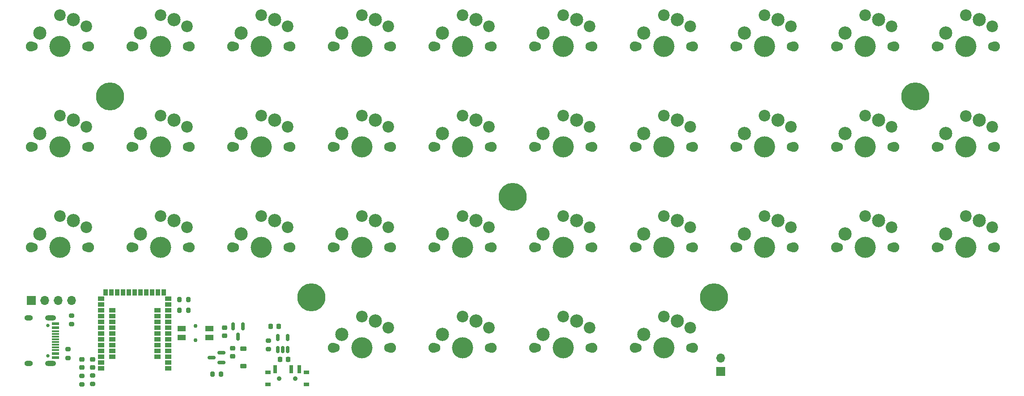
<source format=gbr>
%TF.GenerationSoftware,KiCad,Pcbnew,8.0.9-8.0.9-0~ubuntu22.04.1*%
%TF.CreationDate,2025-10-12T01:46:20+08:00*%
%TF.ProjectId,macropad,6d616372-6f70-4616-942e-6b696361645f,rev?*%
%TF.SameCoordinates,Original*%
%TF.FileFunction,Soldermask,Top*%
%TF.FilePolarity,Negative*%
%FSLAX46Y46*%
G04 Gerber Fmt 4.6, Leading zero omitted, Abs format (unit mm)*
G04 Created by KiCad (PCBNEW 8.0.9-8.0.9-0~ubuntu22.04.1) date 2025-10-12 01:46:20*
%MOMM*%
%LPD*%
G01*
G04 APERTURE LIST*
G04 Aperture macros list*
%AMRoundRect*
0 Rectangle with rounded corners*
0 $1 Rounding radius*
0 $2 $3 $4 $5 $6 $7 $8 $9 X,Y pos of 4 corners*
0 Add a 4 corners polygon primitive as box body*
4,1,4,$2,$3,$4,$5,$6,$7,$8,$9,$2,$3,0*
0 Add four circle primitives for the rounded corners*
1,1,$1+$1,$2,$3*
1,1,$1+$1,$4,$5*
1,1,$1+$1,$6,$7*
1,1,$1+$1,$8,$9*
0 Add four rect primitives between the rounded corners*
20,1,$1+$1,$2,$3,$4,$5,0*
20,1,$1+$1,$4,$5,$6,$7,0*
20,1,$1+$1,$6,$7,$8,$9,0*
20,1,$1+$1,$8,$9,$2,$3,0*%
G04 Aperture macros list end*
%ADD10RoundRect,0.200000X0.275000X-0.200000X0.275000X0.200000X-0.275000X0.200000X-0.275000X-0.200000X0*%
%ADD11RoundRect,0.200000X-0.275000X0.200000X-0.275000X-0.200000X0.275000X-0.200000X0.275000X0.200000X0*%
%ADD12R,1.700000X1.700000*%
%ADD13O,1.700000X1.700000*%
%ADD14C,1.900000*%
%ADD15C,1.750000*%
%ADD16C,3.450000*%
%ADD17C,4.000000*%
%ADD18C,2.500000*%
%ADD19C,2.200000*%
%ADD20RoundRect,0.218750X0.256250X-0.218750X0.256250X0.218750X-0.256250X0.218750X-0.256250X-0.218750X0*%
%ADD21C,5.300000*%
%ADD22RoundRect,0.225000X-0.375000X0.225000X-0.375000X-0.225000X0.375000X-0.225000X0.375000X0.225000X0*%
%ADD23RoundRect,0.225000X0.250000X-0.225000X0.250000X0.225000X-0.250000X0.225000X-0.250000X-0.225000X0*%
%ADD24RoundRect,0.225000X-0.250000X0.225000X-0.250000X-0.225000X0.250000X-0.225000X0.250000X0.225000X0*%
%ADD25RoundRect,0.150000X0.587500X0.150000X-0.587500X0.150000X-0.587500X-0.150000X0.587500X-0.150000X0*%
%ADD26RoundRect,0.225000X0.225000X0.250000X-0.225000X0.250000X-0.225000X-0.250000X0.225000X-0.250000X0*%
%ADD27RoundRect,0.150000X0.150000X-0.512500X0.150000X0.512500X-0.150000X0.512500X-0.150000X-0.512500X0*%
%ADD28RoundRect,0.150000X-0.150000X0.587500X-0.150000X-0.587500X0.150000X-0.587500X0.150000X0.587500X0*%
%ADD29RoundRect,0.200000X-0.200000X-0.275000X0.200000X-0.275000X0.200000X0.275000X-0.200000X0.275000X0*%
%ADD30C,0.750000*%
%ADD31R,1.550000X1.000000*%
%ADD32C,0.650000*%
%ADD33R,1.450000X0.600000*%
%ADD34R,1.450000X0.300000*%
%ADD35O,2.100000X1.000000*%
%ADD36O,1.600000X1.000000*%
%ADD37R,1.000000X0.800000*%
%ADD38C,0.900000*%
%ADD39R,0.700000X1.500000*%
%ADD40RoundRect,0.102000X0.500000X0.350000X-0.500000X0.350000X-0.500000X-0.350000X0.500000X-0.350000X0*%
%ADD41RoundRect,0.102000X0.350000X0.500000X-0.350000X0.500000X-0.350000X-0.500000X0.350000X-0.500000X0*%
%ADD42RoundRect,0.200000X0.200000X0.275000X-0.200000X0.275000X-0.200000X-0.275000X0.200000X-0.275000X0*%
G04 APERTURE END LIST*
D10*
%TO.C,R6*%
X126000000Y-100325000D03*
X126000000Y-98675000D03*
%TD*%
D11*
%TO.C,R5*%
X125350000Y-105075000D03*
X125350000Y-106725000D03*
%TD*%
D12*
%TO.C,JSWD1*%
X118430000Y-95800000D03*
D13*
X120970000Y-95800000D03*
X123510000Y-95800000D03*
X126050000Y-95800000D03*
%TD*%
D12*
%TO.C,J2*%
X248900000Y-109275723D03*
D13*
X248900000Y-106735723D03*
%TD*%
D14*
%TO.C,SW27*%
X232625000Y-104775000D03*
D15*
X233045000Y-104775000D03*
D16*
X238125000Y-104775000D03*
D17*
X238125000Y-104775000D03*
D15*
X243205000Y-104775000D03*
D14*
X243625000Y-104775000D03*
D18*
X234315000Y-102235000D03*
D19*
X238125000Y-98875000D03*
D18*
X240665000Y-99695000D03*
D19*
X243125000Y-100975000D03*
%TD*%
D14*
%TO.C,SW20*%
X289775000Y-85725000D03*
D15*
X290195000Y-85725000D03*
D16*
X295275000Y-85725000D03*
D17*
X295275000Y-85725000D03*
D15*
X300355000Y-85725000D03*
D14*
X300775000Y-85725000D03*
D18*
X291465000Y-83185000D03*
D19*
X295275000Y-79825000D03*
D18*
X297815000Y-80645000D03*
D19*
X300275000Y-81925000D03*
%TD*%
D14*
%TO.C,SW19*%
X270725000Y-85725000D03*
D15*
X271145000Y-85725000D03*
D16*
X276225000Y-85725000D03*
D17*
X276225000Y-85725000D03*
D15*
X281305000Y-85725000D03*
D14*
X281725000Y-85725000D03*
D18*
X272415000Y-83185000D03*
D19*
X276225000Y-79825000D03*
D18*
X278765000Y-80645000D03*
D19*
X281225000Y-81925000D03*
%TD*%
D14*
%TO.C,SW33*%
X156425000Y-47625000D03*
D15*
X156845000Y-47625000D03*
D16*
X161925000Y-47625000D03*
D17*
X161925000Y-47625000D03*
D15*
X167005000Y-47625000D03*
D14*
X167425000Y-47625000D03*
D18*
X158115000Y-45085000D03*
D19*
X161925000Y-41725000D03*
D18*
X164465000Y-42545000D03*
D19*
X166925000Y-43825000D03*
%TD*%
D14*
%TO.C,SW35*%
X194525000Y-47625000D03*
D15*
X194945000Y-47625000D03*
D16*
X200025000Y-47625000D03*
D17*
X200025000Y-47625000D03*
D15*
X205105000Y-47625000D03*
D14*
X205525000Y-47625000D03*
D18*
X196215000Y-45085000D03*
D19*
X200025000Y-41725000D03*
D18*
X202565000Y-42545000D03*
D19*
X205025000Y-43825000D03*
%TD*%
D14*
%TO.C,SW12*%
X137375000Y-85725000D03*
D15*
X137795000Y-85725000D03*
D16*
X142875000Y-85725000D03*
D17*
X142875000Y-85725000D03*
D15*
X147955000Y-85725000D03*
D14*
X148375000Y-85725000D03*
D18*
X139065000Y-83185000D03*
D19*
X142875000Y-79825000D03*
D18*
X145415000Y-80645000D03*
D19*
X147875000Y-81925000D03*
%TD*%
D14*
%TO.C,SW37*%
X232625000Y-47625000D03*
D15*
X233045000Y-47625000D03*
D16*
X238125000Y-47625000D03*
D17*
X238125000Y-47625000D03*
D15*
X243205000Y-47625000D03*
D14*
X243625000Y-47625000D03*
D18*
X234315000Y-45085000D03*
D19*
X238125000Y-41725000D03*
D18*
X240665000Y-42545000D03*
D19*
X243125000Y-43825000D03*
%TD*%
D14*
%TO.C,SW26*%
X213575000Y-104775000D03*
D15*
X213995000Y-104775000D03*
D16*
X219075000Y-104775000D03*
D17*
X219075000Y-104775000D03*
D15*
X224155000Y-104775000D03*
D14*
X224575000Y-104775000D03*
D18*
X215265000Y-102235000D03*
D19*
X219075000Y-98875000D03*
D18*
X221615000Y-99695000D03*
D19*
X224075000Y-100975000D03*
%TD*%
D14*
%TO.C,SW32*%
X137375000Y-47625000D03*
D15*
X137795000Y-47625000D03*
D16*
X142875000Y-47625000D03*
D17*
X142875000Y-47625000D03*
D15*
X147955000Y-47625000D03*
D14*
X148375000Y-47625000D03*
D18*
X139065000Y-45085000D03*
D19*
X142875000Y-41725000D03*
D18*
X145415000Y-42545000D03*
D19*
X147875000Y-43825000D03*
%TD*%
D14*
%TO.C,SW15*%
X194525000Y-85725000D03*
D15*
X194945000Y-85725000D03*
D16*
X200025000Y-85725000D03*
D17*
X200025000Y-85725000D03*
D15*
X205105000Y-85725000D03*
D14*
X205525000Y-85725000D03*
D18*
X196215000Y-83185000D03*
D19*
X200025000Y-79825000D03*
D18*
X202565000Y-80645000D03*
D19*
X205025000Y-81925000D03*
%TD*%
D14*
%TO.C,SW7*%
X232625000Y-66675000D03*
D15*
X233045000Y-66675000D03*
D16*
X238125000Y-66675000D03*
D17*
X238125000Y-66675000D03*
D15*
X243205000Y-66675000D03*
D14*
X243625000Y-66675000D03*
D18*
X234315000Y-64135000D03*
D19*
X238125000Y-60775000D03*
D18*
X240665000Y-61595000D03*
D19*
X243125000Y-62875000D03*
%TD*%
D14*
%TO.C,SW34*%
X175475000Y-47625000D03*
D15*
X175895000Y-47625000D03*
D16*
X180975000Y-47625000D03*
D17*
X180975000Y-47625000D03*
D15*
X186055000Y-47625000D03*
D14*
X186475000Y-47625000D03*
D18*
X177165000Y-45085000D03*
D19*
X180975000Y-41725000D03*
D18*
X183515000Y-42545000D03*
D19*
X185975000Y-43825000D03*
%TD*%
D14*
%TO.C,SW25*%
X194525000Y-104775000D03*
D15*
X194945000Y-104775000D03*
D16*
X200025000Y-104775000D03*
D17*
X200025000Y-104775000D03*
D15*
X205105000Y-104775000D03*
D14*
X205525000Y-104775000D03*
D18*
X196215000Y-102235000D03*
D19*
X200025000Y-98875000D03*
D18*
X202565000Y-99695000D03*
D19*
X205025000Y-100975000D03*
%TD*%
D14*
%TO.C,SW38*%
X251675000Y-47625000D03*
D15*
X252095000Y-47625000D03*
D16*
X257175000Y-47625000D03*
D17*
X257175000Y-47625000D03*
D15*
X262255000Y-47625000D03*
D14*
X262675000Y-47625000D03*
D18*
X253365000Y-45085000D03*
D19*
X257175000Y-41725000D03*
D18*
X259715000Y-42545000D03*
D19*
X262175000Y-43825000D03*
%TD*%
D14*
%TO.C,SW31*%
X118325000Y-47625000D03*
D15*
X118745000Y-47625000D03*
D16*
X123825000Y-47625000D03*
D17*
X123825000Y-47625000D03*
D15*
X128905000Y-47625000D03*
D14*
X129325000Y-47625000D03*
D18*
X120015000Y-45085000D03*
D19*
X123825000Y-41725000D03*
D18*
X126365000Y-42545000D03*
D19*
X128825000Y-43825000D03*
%TD*%
D14*
%TO.C,SW13*%
X156425000Y-85725000D03*
D15*
X156845000Y-85725000D03*
D16*
X161925000Y-85725000D03*
D17*
X161925000Y-85725000D03*
D15*
X167005000Y-85725000D03*
D14*
X167425000Y-85725000D03*
D18*
X158115000Y-83185000D03*
D19*
X161925000Y-79825000D03*
D18*
X164465000Y-80645000D03*
D19*
X166925000Y-81925000D03*
%TD*%
D14*
%TO.C,SW6*%
X213575000Y-66675000D03*
D15*
X213995000Y-66675000D03*
D16*
X219075000Y-66675000D03*
D17*
X219075000Y-66675000D03*
D15*
X224155000Y-66675000D03*
D14*
X224575000Y-66675000D03*
D18*
X215265000Y-64135000D03*
D19*
X219075000Y-60775000D03*
D18*
X221615000Y-61595000D03*
D19*
X224075000Y-62875000D03*
%TD*%
D14*
%TO.C,SW2*%
X137375000Y-66675000D03*
D15*
X137795000Y-66675000D03*
D16*
X142875000Y-66675000D03*
D17*
X142875000Y-66675000D03*
D15*
X147955000Y-66675000D03*
D14*
X148375000Y-66675000D03*
D18*
X139065000Y-64135000D03*
D19*
X142875000Y-60775000D03*
D18*
X145415000Y-61595000D03*
D19*
X147875000Y-62875000D03*
%TD*%
D14*
%TO.C,SW3*%
X156425000Y-66675000D03*
D15*
X156845000Y-66675000D03*
D16*
X161925000Y-66675000D03*
D17*
X161925000Y-66675000D03*
D15*
X167005000Y-66675000D03*
D14*
X167425000Y-66675000D03*
D18*
X158115000Y-64135000D03*
D19*
X161925000Y-60775000D03*
D18*
X164465000Y-61595000D03*
D19*
X166925000Y-62875000D03*
%TD*%
D14*
%TO.C,SW11*%
X118325000Y-85725000D03*
D15*
X118745000Y-85725000D03*
D16*
X123825000Y-85725000D03*
D17*
X123825000Y-85725000D03*
D15*
X128905000Y-85725000D03*
D14*
X129325000Y-85725000D03*
D18*
X120015000Y-83185000D03*
D19*
X123825000Y-79825000D03*
D18*
X126365000Y-80645000D03*
D19*
X128825000Y-81925000D03*
%TD*%
D14*
%TO.C,SW24*%
X175475000Y-104775000D03*
D15*
X175895000Y-104775000D03*
D16*
X180975000Y-104775000D03*
D17*
X180975000Y-104775000D03*
D15*
X186055000Y-104775000D03*
D14*
X186475000Y-104775000D03*
D18*
X177165000Y-102235000D03*
D19*
X180975000Y-98875000D03*
D18*
X183515000Y-99695000D03*
D19*
X185975000Y-100975000D03*
%TD*%
D14*
%TO.C,SW1*%
X118325000Y-66675000D03*
D15*
X118745000Y-66675000D03*
D16*
X123825000Y-66675000D03*
D17*
X123825000Y-66675000D03*
D15*
X128905000Y-66675000D03*
D14*
X129325000Y-66675000D03*
D18*
X120015000Y-64135000D03*
D19*
X123825000Y-60775000D03*
D18*
X126365000Y-61595000D03*
D19*
X128825000Y-62875000D03*
%TD*%
D14*
%TO.C,SW39*%
X270725000Y-47625000D03*
D15*
X271145000Y-47625000D03*
D16*
X276225000Y-47625000D03*
D17*
X276225000Y-47625000D03*
D15*
X281305000Y-47625000D03*
D14*
X281725000Y-47625000D03*
D18*
X272415000Y-45085000D03*
D19*
X276225000Y-41725000D03*
D18*
X278765000Y-42545000D03*
D19*
X281225000Y-43825000D03*
%TD*%
D14*
%TO.C,SW4*%
X175475000Y-66675000D03*
D15*
X175895000Y-66675000D03*
D16*
X180975000Y-66675000D03*
D17*
X180975000Y-66675000D03*
D15*
X186055000Y-66675000D03*
D14*
X186475000Y-66675000D03*
D18*
X177165000Y-64135000D03*
D19*
X180975000Y-60775000D03*
D18*
X183515000Y-61595000D03*
D19*
X185975000Y-62875000D03*
%TD*%
D14*
%TO.C,SW8*%
X251675000Y-66675000D03*
D15*
X252095000Y-66675000D03*
D16*
X257175000Y-66675000D03*
D17*
X257175000Y-66675000D03*
D15*
X262255000Y-66675000D03*
D14*
X262675000Y-66675000D03*
D18*
X253365000Y-64135000D03*
D19*
X257175000Y-60775000D03*
D18*
X259715000Y-61595000D03*
D19*
X262175000Y-62875000D03*
%TD*%
D14*
%TO.C,SW5*%
X194525000Y-66675000D03*
D15*
X194945000Y-66675000D03*
D16*
X200025000Y-66675000D03*
D17*
X200025000Y-66675000D03*
D15*
X205105000Y-66675000D03*
D14*
X205525000Y-66675000D03*
D18*
X196215000Y-64135000D03*
D19*
X200025000Y-60775000D03*
D18*
X202565000Y-61595000D03*
D19*
X205025000Y-62875000D03*
%TD*%
D14*
%TO.C,SW40*%
X289775000Y-47625000D03*
D15*
X290195000Y-47625000D03*
D16*
X295275000Y-47625000D03*
D17*
X295275000Y-47625000D03*
D15*
X300355000Y-47625000D03*
D14*
X300775000Y-47625000D03*
D18*
X291465000Y-45085000D03*
D19*
X295275000Y-41725000D03*
D18*
X297815000Y-42545000D03*
D19*
X300275000Y-43825000D03*
%TD*%
D14*
%TO.C,SW10*%
X289775000Y-66725000D03*
D15*
X290195000Y-66725000D03*
D16*
X295275000Y-66725000D03*
D17*
X295275000Y-66725000D03*
D15*
X300355000Y-66725000D03*
D14*
X300775000Y-66725000D03*
D18*
X291465000Y-64185000D03*
D19*
X295275000Y-60825000D03*
D18*
X297815000Y-61645000D03*
D19*
X300275000Y-62925000D03*
%TD*%
D14*
%TO.C,SW17*%
X232625000Y-85725000D03*
D15*
X233045000Y-85725000D03*
D16*
X238125000Y-85725000D03*
D17*
X238125000Y-85725000D03*
D15*
X243205000Y-85725000D03*
D14*
X243625000Y-85725000D03*
D18*
X234315000Y-83185000D03*
D19*
X238125000Y-79825000D03*
D18*
X240665000Y-80645000D03*
D19*
X243125000Y-81925000D03*
%TD*%
D14*
%TO.C,SW16*%
X213575000Y-85725000D03*
D15*
X213995000Y-85725000D03*
D16*
X219075000Y-85725000D03*
D17*
X219075000Y-85725000D03*
D15*
X224155000Y-85725000D03*
D14*
X224575000Y-85725000D03*
D18*
X215265000Y-83185000D03*
D19*
X219075000Y-79825000D03*
D18*
X221615000Y-80645000D03*
D19*
X224075000Y-81925000D03*
%TD*%
D14*
%TO.C,SW14*%
X175475000Y-85725000D03*
D15*
X175895000Y-85725000D03*
D16*
X180975000Y-85725000D03*
D17*
X180975000Y-85725000D03*
D15*
X186055000Y-85725000D03*
D14*
X186475000Y-85725000D03*
D18*
X177165000Y-83185000D03*
D19*
X180975000Y-79825000D03*
D18*
X183515000Y-80645000D03*
D19*
X185975000Y-81925000D03*
%TD*%
D14*
%TO.C,SW18*%
X251675000Y-85725000D03*
D15*
X252095000Y-85725000D03*
D16*
X257175000Y-85725000D03*
D17*
X257175000Y-85725000D03*
D15*
X262255000Y-85725000D03*
D14*
X262675000Y-85725000D03*
D18*
X253365000Y-83185000D03*
D19*
X257175000Y-79825000D03*
D18*
X259715000Y-80645000D03*
D19*
X262175000Y-81925000D03*
%TD*%
D14*
%TO.C,SW36*%
X213575000Y-47625000D03*
D15*
X213995000Y-47625000D03*
D16*
X219075000Y-47625000D03*
D17*
X219075000Y-47625000D03*
D15*
X224155000Y-47625000D03*
D14*
X224575000Y-47625000D03*
D18*
X215265000Y-45085000D03*
D19*
X219075000Y-41725000D03*
D18*
X221615000Y-42545000D03*
D19*
X224075000Y-43825000D03*
%TD*%
D14*
%TO.C,SW9*%
X270725000Y-66675000D03*
D15*
X271145000Y-66675000D03*
D16*
X276225000Y-66675000D03*
D17*
X276225000Y-66675000D03*
D15*
X281305000Y-66675000D03*
D14*
X281725000Y-66675000D03*
D18*
X272415000Y-64135000D03*
D19*
X276225000Y-60775000D03*
D18*
X278765000Y-61595000D03*
D19*
X281225000Y-62875000D03*
%TD*%
D11*
%TO.C,R8*%
X128000000Y-110112500D03*
X128000000Y-111762500D03*
%TD*%
%TO.C,R4*%
X130000000Y-110032500D03*
X130000000Y-111682500D03*
%TD*%
D20*
%TO.C,D9*%
X128000000Y-108575000D03*
X128000000Y-107000000D03*
%TD*%
%TO.C,D4*%
X130000000Y-108575000D03*
X130000000Y-107000000D03*
%TD*%
D21*
%TO.C,H3*%
X247650000Y-95250000D03*
%TD*%
%TO.C,H4*%
X209550000Y-76200000D03*
%TD*%
D22*
%TO.C,D5*%
X158550000Y-105000000D03*
X158550000Y-108300000D03*
%TD*%
D23*
%TO.C,C3*%
X156550000Y-106425000D03*
X156550000Y-104875000D03*
%TD*%
D21*
%TO.C,H5*%
X133350000Y-57150000D03*
%TD*%
D24*
%TO.C,C4*%
X155000000Y-101000000D03*
X155000000Y-102550000D03*
%TD*%
D25*
%TO.C,Q1*%
X154425000Y-107600000D03*
X154425000Y-105700000D03*
X152550000Y-106650000D03*
%TD*%
D26*
%TO.C,C1*%
X165275000Y-100750000D03*
X163725000Y-100750000D03*
%TD*%
D21*
%TO.C,H2*%
X285750000Y-57150000D03*
%TD*%
D26*
%TO.C,C2*%
X167050000Y-107000000D03*
X165500000Y-107000000D03*
%TD*%
D27*
%TO.C,U2*%
X165050000Y-105137500D03*
X166000000Y-105137500D03*
X166950000Y-105137500D03*
X166950000Y-102862500D03*
X165050000Y-102862500D03*
%TD*%
D28*
%TO.C,U3*%
X158500000Y-100775000D03*
X156600000Y-100775000D03*
X157550000Y-102650000D03*
%TD*%
D29*
%TO.C,R7*%
X152675000Y-109775000D03*
X154325000Y-109775000D03*
%TD*%
D11*
%TO.C,R1*%
X163250000Y-103425000D03*
X163250000Y-105075000D03*
%TD*%
D21*
%TO.C,H1*%
X171450000Y-95250000D03*
%TD*%
D30*
%TO.C,R_TACT1*%
X149500000Y-100625000D03*
X149500000Y-103375000D03*
D31*
X146875000Y-101150000D03*
X152125000Y-101150000D03*
X146875000Y-102850000D03*
X152125000Y-102850000D03*
%TD*%
D32*
%TO.C,J1*%
X121555000Y-100560000D03*
X121555000Y-106340000D03*
D33*
X123000000Y-100200000D03*
X123000000Y-101000000D03*
D34*
X123000000Y-102200000D03*
X123000000Y-103200000D03*
X123000000Y-103700000D03*
X123000000Y-104700000D03*
D33*
X123000000Y-105900000D03*
X123000000Y-106700000D03*
X123000000Y-106700000D03*
X123000000Y-105900000D03*
D34*
X123000000Y-105200000D03*
X123000000Y-104200000D03*
X123000000Y-102700000D03*
X123000000Y-101700000D03*
D33*
X123000000Y-101000000D03*
X123000000Y-100200000D03*
D35*
X122085000Y-99130000D03*
D36*
X117905000Y-99130000D03*
D35*
X122085000Y-107770000D03*
D36*
X117905000Y-107770000D03*
%TD*%
D37*
%TO.C,SW21*%
X163200000Y-109500000D03*
X163200000Y-111710000D03*
D38*
X165350000Y-110610000D03*
X168350000Y-110610000D03*
D37*
X170500000Y-109500000D03*
X170500000Y-111710000D03*
D39*
X164600000Y-108850000D03*
X167600000Y-108850000D03*
X169100000Y-108850000D03*
%TD*%
D40*
%TO.C,U1*%
X144350000Y-108700000D03*
X144350000Y-107600000D03*
X144350000Y-106500000D03*
X144350000Y-105400000D03*
X144350000Y-104300000D03*
X144350000Y-103199999D03*
X144350000Y-102100000D03*
X144350000Y-100999999D03*
X144350000Y-99900000D03*
X144350001Y-98800000D03*
X144350000Y-97700000D03*
X144350000Y-96600001D03*
X144350000Y-95500000D03*
D41*
X143500000Y-94300000D03*
X142400000Y-94300000D03*
X141299999Y-94300000D03*
X140200000Y-94300000D03*
X139099999Y-94300000D03*
X138000000Y-94300000D03*
X136900001Y-94300000D03*
X135800000Y-94300000D03*
X134700001Y-94300000D03*
X133600000Y-94300000D03*
X132500000Y-94300000D03*
D40*
X131650000Y-95500000D03*
X131650000Y-96600001D03*
X131650000Y-97700000D03*
X131649999Y-98800000D03*
X131650000Y-99900000D03*
X131650000Y-100999999D03*
X131650000Y-102100000D03*
X131650000Y-103199999D03*
X131650000Y-104300000D03*
X131650000Y-105400000D03*
X131650000Y-106500000D03*
X131650000Y-107600000D03*
X131650000Y-108700000D03*
X142250000Y-106500000D03*
X142250000Y-105400000D03*
X142250000Y-104300000D03*
X142250000Y-103200000D03*
X142250000Y-102100000D03*
X142250000Y-101000000D03*
X142250000Y-99900000D03*
X142250000Y-98800000D03*
X142250000Y-97700000D03*
X133750000Y-106500000D03*
X133750000Y-105400000D03*
X133750000Y-104300000D03*
X133750000Y-103200000D03*
X133750000Y-102100000D03*
X133750000Y-101000000D03*
X133750000Y-99900000D03*
X133750000Y-98800000D03*
X133750000Y-97700000D03*
%TD*%
D42*
%TO.C,R2*%
X148100000Y-95700000D03*
X146450000Y-95700000D03*
%TD*%
D29*
%TO.C,R3*%
X146450000Y-97700000D03*
X148100000Y-97700000D03*
%TD*%
M02*

</source>
